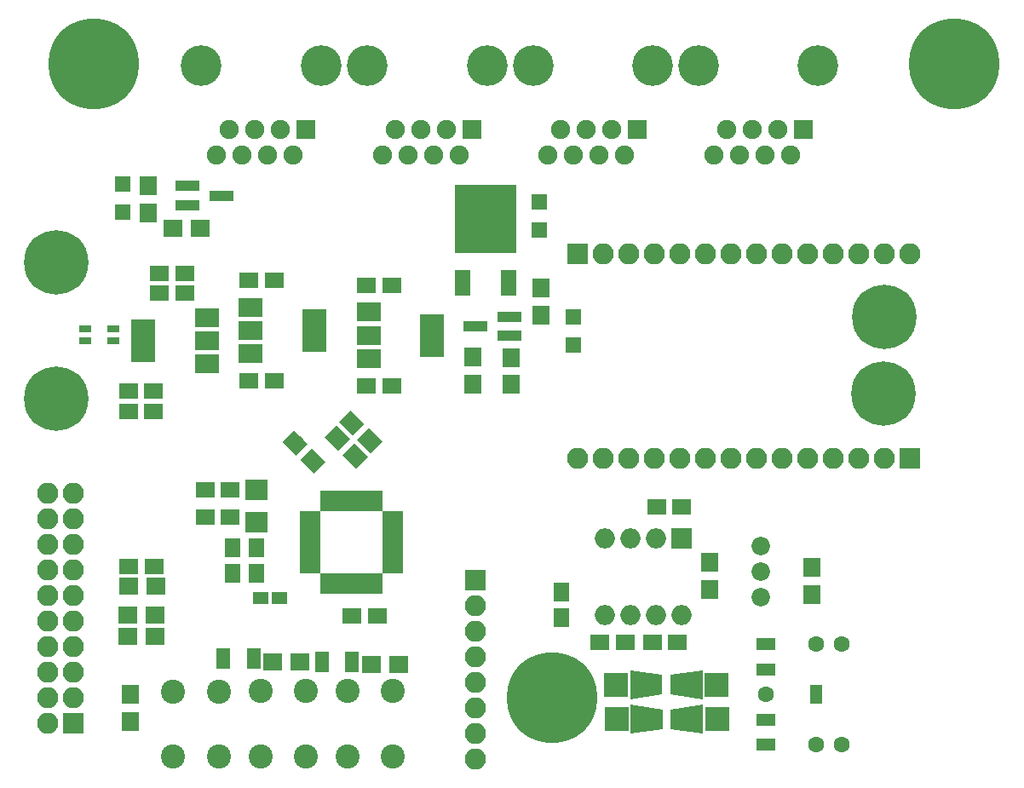
<source format=gts>
G04 #@! TF.GenerationSoftware,KiCad,Pcbnew,(5.0.0-rc2-dev-340-g7483a73a5)*
G04 #@! TF.CreationDate,2018-05-31T20:40:01+02:00*
G04 #@! TF.ProjectId,AudiA6Main,4175646941364D61696E2E6B69636164,rev?*
G04 #@! TF.SameCoordinates,Original*
G04 #@! TF.FileFunction,Soldermask,Top*
G04 #@! TF.FilePolarity,Negative*
%FSLAX46Y46*%
G04 Gerber Fmt 4.6, Leading zero omitted, Abs format (unit mm)*
G04 Created by KiCad (PCBNEW (5.0.0-rc2-dev-340-g7483a73a5)) date 05/31/18 20:40:01*
%MOMM*%
%LPD*%
G01*
G04 APERTURE LIST*
%ADD10C,9.000000*%
%ADD11R,2.100000X2.100000*%
%ADD12O,2.100000X2.100000*%
%ADD13R,1.900000X1.650000*%
%ADD14R,1.650000X1.900000*%
%ADD15C,1.650000*%
%ADD16C,0.100000*%
%ADD17R,1.300000X0.800000*%
%ADD18R,2.000000X0.700000*%
%ADD19R,0.700000X2.000000*%
%ADD20R,1.900000X1.200000*%
%ADD21C,1.600000*%
%ADD22R,1.200000X1.900000*%
%ADD23C,1.900000*%
%ADD24R,1.900000X1.900000*%
%ADD25C,4.050000*%
%ADD26R,1.600000X1.150000*%
%ADD27R,1.700000X1.900000*%
%ADD28R,1.900000X1.700000*%
%ADD29C,2.400000*%
%ADD30R,2.400000X1.900000*%
%ADD31R,2.400000X4.200000*%
%ADD32O,2.000000X2.000000*%
%ADD33R,2.000000X2.000000*%
%ADD34R,2.200000X2.150000*%
%ADD35R,1.400000X2.000000*%
%ADD36R,1.500000X1.500000*%
%ADD37R,2.400000X1.050000*%
%ADD38R,6.200000X6.800000*%
%ADD39R,1.600000X2.600000*%
%ADD40C,6.399480*%
%ADD41R,2.398980X2.398980*%
%ADD42C,2.378996*%
%ADD43C,1.840000*%
G04 APERTURE END LIST*
D10*
X47900000Y-104050000D03*
X133400000Y-104050000D03*
D11*
X95980000Y-122920000D03*
D12*
X98520000Y-122920000D03*
X101060000Y-122920000D03*
X103600000Y-122920000D03*
X106140000Y-122920000D03*
X108680000Y-122920000D03*
X111220000Y-122920000D03*
X113760000Y-122920000D03*
X116300000Y-122920000D03*
X118840000Y-122920000D03*
X121380000Y-122920000D03*
X123920000Y-122920000D03*
X126460000Y-122920000D03*
X129000000Y-122920000D03*
D13*
X58950000Y-146400000D03*
X61450000Y-146400000D03*
X58950000Y-149100000D03*
X61450000Y-149100000D03*
X54441903Y-124873186D03*
X56941903Y-124873186D03*
X54441903Y-126773186D03*
X56941903Y-126773186D03*
X53850000Y-138550000D03*
X51350000Y-138550000D03*
X53850000Y-136500000D03*
X51350000Y-136500000D03*
D14*
X94400000Y-156550000D03*
X94400000Y-159050000D03*
D13*
X103400000Y-161550000D03*
X105900000Y-161550000D03*
X103850000Y-148050000D03*
X106350000Y-148050000D03*
X98200000Y-161550000D03*
X100700000Y-161550000D03*
X65800000Y-135550000D03*
X63300000Y-135550000D03*
X75000000Y-136000000D03*
X77500000Y-136000000D03*
X65800000Y-125550000D03*
X63300000Y-125550000D03*
X77500000Y-126000000D03*
X75000000Y-126000000D03*
X51400000Y-153950000D03*
X53900000Y-153950000D03*
D15*
X73566117Y-139716117D03*
D16*
G36*
X72311002Y-139627729D02*
X73477729Y-138461002D01*
X74821232Y-139804505D01*
X73654505Y-140971232D01*
X72311002Y-139627729D01*
X72311002Y-139627729D01*
G37*
D15*
X75333883Y-141483883D03*
D16*
G36*
X74078768Y-141395495D02*
X75245495Y-140228768D01*
X76588998Y-141572271D01*
X75422271Y-142738998D01*
X74078768Y-141395495D01*
X74078768Y-141395495D01*
G37*
D14*
X64100000Y-152150000D03*
X64100000Y-154650000D03*
D13*
X76050000Y-158900000D03*
X73550000Y-158900000D03*
D15*
X73883883Y-142983883D03*
D16*
G36*
X72628768Y-142895495D02*
X73795495Y-141728768D01*
X75138998Y-143072271D01*
X73972271Y-144238998D01*
X72628768Y-142895495D01*
X72628768Y-142895495D01*
G37*
D15*
X72116117Y-141216117D03*
D16*
G36*
X70861002Y-141127729D02*
X72027729Y-139961002D01*
X73371232Y-141304505D01*
X72204505Y-142471232D01*
X70861002Y-141127729D01*
X70861002Y-141127729D01*
G37*
D14*
X61700000Y-154650000D03*
X61700000Y-152150000D03*
D15*
X69683883Y-143483883D03*
D16*
G36*
X68428768Y-143395495D02*
X69595495Y-142228768D01*
X70938998Y-143572271D01*
X69772271Y-144738998D01*
X68428768Y-143395495D01*
X68428768Y-143395495D01*
G37*
D15*
X67916117Y-141716117D03*
D16*
G36*
X66661002Y-141627729D02*
X67827729Y-140461002D01*
X69171232Y-141804505D01*
X68004505Y-142971232D01*
X66661002Y-141627729D01*
X66661002Y-141627729D01*
G37*
D17*
X47050000Y-130375000D03*
X47050000Y-131525000D03*
X49850000Y-130375000D03*
X49850000Y-131525000D03*
D18*
X69400000Y-148850000D03*
X69400000Y-149350000D03*
X69400000Y-149850000D03*
X69400000Y-150350000D03*
X69400000Y-150850000D03*
X69400000Y-151350000D03*
X69400000Y-151850000D03*
X69400000Y-152350000D03*
X69400000Y-152850000D03*
X69400000Y-153350000D03*
X69400000Y-153850000D03*
X69400000Y-154350000D03*
D19*
X70750000Y-155700000D03*
X71250000Y-155700000D03*
X71750000Y-155700000D03*
X72250000Y-155700000D03*
X72750000Y-155700000D03*
X73250000Y-155700000D03*
X73750000Y-155700000D03*
X74250000Y-155700000D03*
X74750000Y-155700000D03*
X75250000Y-155700000D03*
X75750000Y-155700000D03*
X76250000Y-155700000D03*
D18*
X77600000Y-154350000D03*
X77600000Y-153850000D03*
X77600000Y-153350000D03*
X77600000Y-152850000D03*
X77600000Y-152350000D03*
X77600000Y-151850000D03*
X77600000Y-151350000D03*
X77600000Y-150850000D03*
X77600000Y-150350000D03*
X77600000Y-149850000D03*
X77600000Y-149350000D03*
X77600000Y-148850000D03*
D19*
X76250000Y-147500000D03*
X75750000Y-147500000D03*
X75250000Y-147500000D03*
X74750000Y-147500000D03*
X74250000Y-147500000D03*
X73750000Y-147500000D03*
X73250000Y-147500000D03*
X72750000Y-147500000D03*
X72250000Y-147500000D03*
X71750000Y-147500000D03*
X71250000Y-147500000D03*
X70750000Y-147500000D03*
D20*
X114700000Y-161700000D03*
X114700000Y-171700000D03*
X114700000Y-164200000D03*
X114700000Y-169200000D03*
D21*
X114700000Y-166700000D03*
X119700000Y-161700000D03*
X122200000Y-161700000D03*
X119700000Y-171700000D03*
X122200000Y-171700000D03*
D22*
X119700000Y-166700000D03*
D11*
X85850000Y-155300000D03*
D12*
X85850000Y-157840000D03*
X85850000Y-160380000D03*
X85850000Y-162920000D03*
X85850000Y-165460000D03*
X85850000Y-168000000D03*
X85850000Y-170540000D03*
X85850000Y-173080000D03*
D23*
X109499999Y-113054999D03*
X110769999Y-110514999D03*
X112039999Y-113054999D03*
X113309999Y-110514999D03*
X114579999Y-113054999D03*
X115849999Y-110514999D03*
X117119999Y-113054999D03*
D24*
X118389999Y-110514999D03*
D25*
X119879999Y-104164999D03*
X108009999Y-104164999D03*
X91539999Y-104164999D03*
X103409999Y-104164999D03*
D24*
X101919999Y-110514999D03*
D23*
X100649999Y-113054999D03*
X99379999Y-110514999D03*
X98109999Y-113054999D03*
X96839999Y-110514999D03*
X95569999Y-113054999D03*
X94299999Y-110514999D03*
X93029999Y-113054999D03*
X60085000Y-113090000D03*
X61355000Y-110550000D03*
X62625000Y-113090000D03*
X63895000Y-110550000D03*
X65165000Y-113090000D03*
X66435000Y-110550000D03*
X67705000Y-113090000D03*
D24*
X68975000Y-110550000D03*
D25*
X70465000Y-104200000D03*
X58595000Y-104200000D03*
X75095000Y-104200000D03*
X86965000Y-104200000D03*
D24*
X85475000Y-110550000D03*
D23*
X84205000Y-113090000D03*
X82935000Y-110550000D03*
X81665000Y-113090000D03*
X80395000Y-110550000D03*
X79125000Y-113090000D03*
X77855000Y-110550000D03*
X76585000Y-113090000D03*
D12*
X95970000Y-143240000D03*
X98510000Y-143240000D03*
X101050000Y-143240000D03*
X103590000Y-143240000D03*
X106130000Y-143240000D03*
X108670000Y-143240000D03*
X111210000Y-143240000D03*
X113750000Y-143240000D03*
X116290000Y-143240000D03*
X118830000Y-143240000D03*
X121370000Y-143240000D03*
X123910000Y-143240000D03*
X126450000Y-143240000D03*
D11*
X128990000Y-143240000D03*
D26*
X66350000Y-157100000D03*
X64450000Y-157100000D03*
D27*
X51500000Y-169350000D03*
X51500000Y-166650000D03*
D28*
X78200000Y-163700000D03*
X75500000Y-163700000D03*
X65700000Y-163425000D03*
X68400000Y-163425000D03*
D27*
X119250000Y-156800000D03*
X119250000Y-154100000D03*
X109100000Y-156300000D03*
X109100000Y-153600000D03*
X89375000Y-133200000D03*
X89375000Y-135900000D03*
X92350000Y-126325000D03*
X92350000Y-129025000D03*
X53350000Y-118825000D03*
X53350000Y-116125000D03*
X85575000Y-135850000D03*
X85575000Y-133150000D03*
D28*
X55800000Y-120375000D03*
X58500000Y-120375000D03*
X54100000Y-155950000D03*
X51400000Y-155950000D03*
X51250000Y-158850000D03*
X53950000Y-158850000D03*
X54000000Y-160950000D03*
X51300000Y-160950000D03*
D29*
X60300000Y-172900000D03*
X55800000Y-172900000D03*
X60300000Y-166400000D03*
X55800000Y-166400000D03*
D30*
X59141903Y-133873186D03*
X59141903Y-129273186D03*
X59141903Y-131573186D03*
D31*
X52841903Y-131573186D03*
D32*
X106300000Y-158770000D03*
X98680000Y-151150000D03*
X103760000Y-158770000D03*
X101220000Y-151150000D03*
X101220000Y-158770000D03*
X103760000Y-151150000D03*
X98680000Y-158770000D03*
D33*
X106300000Y-151150000D03*
D31*
X69800000Y-130550000D03*
D30*
X63500000Y-130550000D03*
X63500000Y-132850000D03*
X63500000Y-128250000D03*
X75200000Y-128700000D03*
X75200000Y-133300000D03*
X75200000Y-131000000D03*
D31*
X81500000Y-131000000D03*
D34*
X64100000Y-149600000D03*
X64100000Y-146350000D03*
D29*
X73082500Y-166379999D03*
X77582500Y-166379999D03*
X73082500Y-172879999D03*
X77582500Y-172879999D03*
X68975000Y-172875000D03*
X64475000Y-172875000D03*
X68975000Y-166375000D03*
X64475000Y-166375000D03*
D35*
X63800000Y-163150000D03*
X60800000Y-163150000D03*
D36*
X95600000Y-131950000D03*
X95600000Y-129150000D03*
X50800000Y-116000000D03*
X50800000Y-118800000D03*
X92150000Y-117750000D03*
X92150000Y-120550000D03*
D35*
X73550000Y-163450000D03*
X70550000Y-163450000D03*
D12*
X43310000Y-146740000D03*
X45850000Y-146740000D03*
X43310000Y-149280000D03*
X45850000Y-149280000D03*
X43310000Y-151820000D03*
X45850000Y-151820000D03*
X43310000Y-154360000D03*
X45850000Y-154360000D03*
X43310000Y-156900000D03*
X45850000Y-156900000D03*
X43310000Y-159440000D03*
X45850000Y-159440000D03*
X43310000Y-161980000D03*
X45850000Y-161980000D03*
X43310000Y-164520000D03*
X45850000Y-164520000D03*
X43310000Y-167060000D03*
X45850000Y-167060000D03*
X43310000Y-169600000D03*
D11*
X45850000Y-169600000D03*
D37*
X85815000Y-130100000D03*
X89235000Y-129150000D03*
X89235000Y-131050000D03*
D38*
X86850000Y-119475000D03*
D39*
X89130000Y-125775000D03*
X84570000Y-125775000D03*
D37*
X57165000Y-116175000D03*
X57165000Y-118075000D03*
X60585000Y-117125000D03*
D40*
X126350000Y-136800000D03*
X126500000Y-129150000D03*
X44200000Y-137300000D03*
X44200000Y-123750000D03*
D41*
X109802280Y-165750000D03*
X99799760Y-165750000D03*
D42*
X106800000Y-165750000D03*
D16*
G36*
X108399540Y-164320606D02*
X108399540Y-167179394D01*
X105200460Y-166723626D01*
X105200460Y-164776374D01*
X108399540Y-164320606D01*
X108399540Y-164320606D01*
G37*
D42*
X102802040Y-165750000D03*
D16*
G36*
X101202500Y-167179394D02*
X101202500Y-164320606D01*
X104401580Y-164776374D01*
X104401580Y-166723626D01*
X101202500Y-167179394D01*
X101202500Y-167179394D01*
G37*
D42*
X102852040Y-169150000D03*
D16*
G36*
X101252500Y-170579394D02*
X101252500Y-167720606D01*
X104451580Y-168176374D01*
X104451580Y-170123626D01*
X101252500Y-170579394D01*
X101252500Y-170579394D01*
G37*
D42*
X106850000Y-169150000D03*
D16*
G36*
X108449540Y-167720606D02*
X108449540Y-170579394D01*
X105250460Y-170123626D01*
X105250460Y-168176374D01*
X108449540Y-167720606D01*
X108449540Y-167720606D01*
G37*
D41*
X99849760Y-169150000D03*
X109852280Y-169150000D03*
D43*
X114150000Y-151970000D03*
X114150000Y-154510000D03*
X114150000Y-157050000D03*
D10*
X93400000Y-167050000D03*
M02*

</source>
